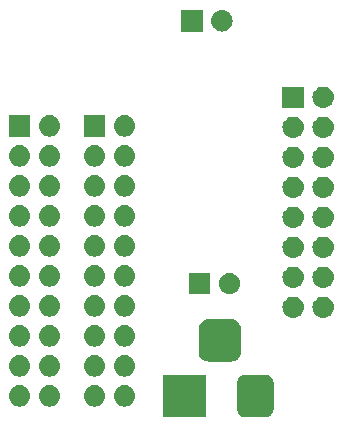
<source format=gbr>
G04 #@! TF.GenerationSoftware,KiCad,Pcbnew,(5.1.0)-1*
G04 #@! TF.CreationDate,2019-05-06T16:05:47+08:00*
G04 #@! TF.ProjectId,rpi0_extern_board,72706930-5f65-4787-9465-726e5f626f61,rev?*
G04 #@! TF.SameCoordinates,Original*
G04 #@! TF.FileFunction,Soldermask,Bot*
G04 #@! TF.FilePolarity,Negative*
%FSLAX46Y46*%
G04 Gerber Fmt 4.6, Leading zero omitted, Abs format (unit mm)*
G04 Created by KiCad (PCBNEW (5.1.0)-1) date 2019-05-06 16:05:47*
%MOMM*%
%LPD*%
G04 APERTURE LIST*
%ADD10C,0.100000*%
G04 APERTURE END LIST*
D10*
G36*
X118736979Y-82668293D02*
G01*
X118870625Y-82708834D01*
X118993784Y-82774664D01*
X119101740Y-82863260D01*
X119190336Y-82971216D01*
X119256166Y-83094375D01*
X119296707Y-83228021D01*
X119311000Y-83373140D01*
X119311000Y-85536860D01*
X119296707Y-85681979D01*
X119256166Y-85815625D01*
X119190336Y-85938784D01*
X119101740Y-86046740D01*
X118993784Y-86135336D01*
X118870625Y-86201166D01*
X118736979Y-86241707D01*
X118591860Y-86256000D01*
X116928140Y-86256000D01*
X116783021Y-86241707D01*
X116649375Y-86201166D01*
X116526216Y-86135336D01*
X116418260Y-86046740D01*
X116329664Y-85938784D01*
X116263834Y-85815625D01*
X116223293Y-85681979D01*
X116209000Y-85536860D01*
X116209000Y-83373140D01*
X116223293Y-83228021D01*
X116263834Y-83094375D01*
X116329664Y-82971216D01*
X116418260Y-82863260D01*
X116526216Y-82774664D01*
X116649375Y-82708834D01*
X116783021Y-82668293D01*
X116928140Y-82654000D01*
X118591860Y-82654000D01*
X118736979Y-82668293D01*
X118736979Y-82668293D01*
G37*
G36*
X113561000Y-86256000D02*
G01*
X109959000Y-86256000D01*
X109959000Y-82654000D01*
X113561000Y-82654000D01*
X113561000Y-86256000D01*
X113561000Y-86256000D01*
G37*
G36*
X97900443Y-83560519D02*
G01*
X97966627Y-83567037D01*
X98136466Y-83618557D01*
X98292991Y-83702222D01*
X98328729Y-83731552D01*
X98430186Y-83814814D01*
X98513448Y-83916271D01*
X98542778Y-83952009D01*
X98626443Y-84108534D01*
X98677963Y-84278373D01*
X98695359Y-84455000D01*
X98677963Y-84631627D01*
X98626443Y-84801466D01*
X98542778Y-84957991D01*
X98513448Y-84993729D01*
X98430186Y-85095186D01*
X98328729Y-85178448D01*
X98292991Y-85207778D01*
X98136466Y-85291443D01*
X97966627Y-85342963D01*
X97900442Y-85349482D01*
X97834260Y-85356000D01*
X97745740Y-85356000D01*
X97679558Y-85349482D01*
X97613373Y-85342963D01*
X97443534Y-85291443D01*
X97287009Y-85207778D01*
X97251271Y-85178448D01*
X97149814Y-85095186D01*
X97066552Y-84993729D01*
X97037222Y-84957991D01*
X96953557Y-84801466D01*
X96902037Y-84631627D01*
X96884641Y-84455000D01*
X96902037Y-84278373D01*
X96953557Y-84108534D01*
X97037222Y-83952009D01*
X97066552Y-83916271D01*
X97149814Y-83814814D01*
X97251271Y-83731552D01*
X97287009Y-83702222D01*
X97443534Y-83618557D01*
X97613373Y-83567037D01*
X97679557Y-83560519D01*
X97745740Y-83554000D01*
X97834260Y-83554000D01*
X97900443Y-83560519D01*
X97900443Y-83560519D01*
G37*
G36*
X106790443Y-83560519D02*
G01*
X106856627Y-83567037D01*
X107026466Y-83618557D01*
X107182991Y-83702222D01*
X107218729Y-83731552D01*
X107320186Y-83814814D01*
X107403448Y-83916271D01*
X107432778Y-83952009D01*
X107516443Y-84108534D01*
X107567963Y-84278373D01*
X107585359Y-84455000D01*
X107567963Y-84631627D01*
X107516443Y-84801466D01*
X107432778Y-84957991D01*
X107403448Y-84993729D01*
X107320186Y-85095186D01*
X107218729Y-85178448D01*
X107182991Y-85207778D01*
X107026466Y-85291443D01*
X106856627Y-85342963D01*
X106790442Y-85349482D01*
X106724260Y-85356000D01*
X106635740Y-85356000D01*
X106569558Y-85349482D01*
X106503373Y-85342963D01*
X106333534Y-85291443D01*
X106177009Y-85207778D01*
X106141271Y-85178448D01*
X106039814Y-85095186D01*
X105956552Y-84993729D01*
X105927222Y-84957991D01*
X105843557Y-84801466D01*
X105792037Y-84631627D01*
X105774641Y-84455000D01*
X105792037Y-84278373D01*
X105843557Y-84108534D01*
X105927222Y-83952009D01*
X105956552Y-83916271D01*
X106039814Y-83814814D01*
X106141271Y-83731552D01*
X106177009Y-83702222D01*
X106333534Y-83618557D01*
X106503373Y-83567037D01*
X106569557Y-83560519D01*
X106635740Y-83554000D01*
X106724260Y-83554000D01*
X106790443Y-83560519D01*
X106790443Y-83560519D01*
G37*
G36*
X104250443Y-83560519D02*
G01*
X104316627Y-83567037D01*
X104486466Y-83618557D01*
X104642991Y-83702222D01*
X104678729Y-83731552D01*
X104780186Y-83814814D01*
X104863448Y-83916271D01*
X104892778Y-83952009D01*
X104976443Y-84108534D01*
X105027963Y-84278373D01*
X105045359Y-84455000D01*
X105027963Y-84631627D01*
X104976443Y-84801466D01*
X104892778Y-84957991D01*
X104863448Y-84993729D01*
X104780186Y-85095186D01*
X104678729Y-85178448D01*
X104642991Y-85207778D01*
X104486466Y-85291443D01*
X104316627Y-85342963D01*
X104250442Y-85349482D01*
X104184260Y-85356000D01*
X104095740Y-85356000D01*
X104029558Y-85349482D01*
X103963373Y-85342963D01*
X103793534Y-85291443D01*
X103637009Y-85207778D01*
X103601271Y-85178448D01*
X103499814Y-85095186D01*
X103416552Y-84993729D01*
X103387222Y-84957991D01*
X103303557Y-84801466D01*
X103252037Y-84631627D01*
X103234641Y-84455000D01*
X103252037Y-84278373D01*
X103303557Y-84108534D01*
X103387222Y-83952009D01*
X103416552Y-83916271D01*
X103499814Y-83814814D01*
X103601271Y-83731552D01*
X103637009Y-83702222D01*
X103793534Y-83618557D01*
X103963373Y-83567037D01*
X104029557Y-83560519D01*
X104095740Y-83554000D01*
X104184260Y-83554000D01*
X104250443Y-83560519D01*
X104250443Y-83560519D01*
G37*
G36*
X100440443Y-83560519D02*
G01*
X100506627Y-83567037D01*
X100676466Y-83618557D01*
X100832991Y-83702222D01*
X100868729Y-83731552D01*
X100970186Y-83814814D01*
X101053448Y-83916271D01*
X101082778Y-83952009D01*
X101166443Y-84108534D01*
X101217963Y-84278373D01*
X101235359Y-84455000D01*
X101217963Y-84631627D01*
X101166443Y-84801466D01*
X101082778Y-84957991D01*
X101053448Y-84993729D01*
X100970186Y-85095186D01*
X100868729Y-85178448D01*
X100832991Y-85207778D01*
X100676466Y-85291443D01*
X100506627Y-85342963D01*
X100440442Y-85349482D01*
X100374260Y-85356000D01*
X100285740Y-85356000D01*
X100219558Y-85349482D01*
X100153373Y-85342963D01*
X99983534Y-85291443D01*
X99827009Y-85207778D01*
X99791271Y-85178448D01*
X99689814Y-85095186D01*
X99606552Y-84993729D01*
X99577222Y-84957991D01*
X99493557Y-84801466D01*
X99442037Y-84631627D01*
X99424641Y-84455000D01*
X99442037Y-84278373D01*
X99493557Y-84108534D01*
X99577222Y-83952009D01*
X99606552Y-83916271D01*
X99689814Y-83814814D01*
X99791271Y-83731552D01*
X99827009Y-83702222D01*
X99983534Y-83618557D01*
X100153373Y-83567037D01*
X100219557Y-83560519D01*
X100285740Y-83554000D01*
X100374260Y-83554000D01*
X100440443Y-83560519D01*
X100440443Y-83560519D01*
G37*
G36*
X100440442Y-81020518D02*
G01*
X100506627Y-81027037D01*
X100676466Y-81078557D01*
X100832991Y-81162222D01*
X100858590Y-81183231D01*
X100970186Y-81274814D01*
X101053448Y-81376271D01*
X101082778Y-81412009D01*
X101166443Y-81568534D01*
X101217963Y-81738373D01*
X101235359Y-81915000D01*
X101217963Y-82091627D01*
X101166443Y-82261466D01*
X101082778Y-82417991D01*
X101053448Y-82453729D01*
X100970186Y-82555186D01*
X100868729Y-82638448D01*
X100832991Y-82667778D01*
X100676466Y-82751443D01*
X100506627Y-82802963D01*
X100440442Y-82809482D01*
X100374260Y-82816000D01*
X100285740Y-82816000D01*
X100219558Y-82809482D01*
X100153373Y-82802963D01*
X99983534Y-82751443D01*
X99827009Y-82667778D01*
X99791271Y-82638448D01*
X99689814Y-82555186D01*
X99606552Y-82453729D01*
X99577222Y-82417991D01*
X99493557Y-82261466D01*
X99442037Y-82091627D01*
X99424641Y-81915000D01*
X99442037Y-81738373D01*
X99493557Y-81568534D01*
X99577222Y-81412009D01*
X99606552Y-81376271D01*
X99689814Y-81274814D01*
X99801410Y-81183231D01*
X99827009Y-81162222D01*
X99983534Y-81078557D01*
X100153373Y-81027037D01*
X100219558Y-81020518D01*
X100285740Y-81014000D01*
X100374260Y-81014000D01*
X100440442Y-81020518D01*
X100440442Y-81020518D01*
G37*
G36*
X97900442Y-81020518D02*
G01*
X97966627Y-81027037D01*
X98136466Y-81078557D01*
X98292991Y-81162222D01*
X98318590Y-81183231D01*
X98430186Y-81274814D01*
X98513448Y-81376271D01*
X98542778Y-81412009D01*
X98626443Y-81568534D01*
X98677963Y-81738373D01*
X98695359Y-81915000D01*
X98677963Y-82091627D01*
X98626443Y-82261466D01*
X98542778Y-82417991D01*
X98513448Y-82453729D01*
X98430186Y-82555186D01*
X98328729Y-82638448D01*
X98292991Y-82667778D01*
X98136466Y-82751443D01*
X97966627Y-82802963D01*
X97900442Y-82809482D01*
X97834260Y-82816000D01*
X97745740Y-82816000D01*
X97679558Y-82809482D01*
X97613373Y-82802963D01*
X97443534Y-82751443D01*
X97287009Y-82667778D01*
X97251271Y-82638448D01*
X97149814Y-82555186D01*
X97066552Y-82453729D01*
X97037222Y-82417991D01*
X96953557Y-82261466D01*
X96902037Y-82091627D01*
X96884641Y-81915000D01*
X96902037Y-81738373D01*
X96953557Y-81568534D01*
X97037222Y-81412009D01*
X97066552Y-81376271D01*
X97149814Y-81274814D01*
X97261410Y-81183231D01*
X97287009Y-81162222D01*
X97443534Y-81078557D01*
X97613373Y-81027037D01*
X97679558Y-81020518D01*
X97745740Y-81014000D01*
X97834260Y-81014000D01*
X97900442Y-81020518D01*
X97900442Y-81020518D01*
G37*
G36*
X104250442Y-81020518D02*
G01*
X104316627Y-81027037D01*
X104486466Y-81078557D01*
X104642991Y-81162222D01*
X104668590Y-81183231D01*
X104780186Y-81274814D01*
X104863448Y-81376271D01*
X104892778Y-81412009D01*
X104976443Y-81568534D01*
X105027963Y-81738373D01*
X105045359Y-81915000D01*
X105027963Y-82091627D01*
X104976443Y-82261466D01*
X104892778Y-82417991D01*
X104863448Y-82453729D01*
X104780186Y-82555186D01*
X104678729Y-82638448D01*
X104642991Y-82667778D01*
X104486466Y-82751443D01*
X104316627Y-82802963D01*
X104250442Y-82809482D01*
X104184260Y-82816000D01*
X104095740Y-82816000D01*
X104029558Y-82809482D01*
X103963373Y-82802963D01*
X103793534Y-82751443D01*
X103637009Y-82667778D01*
X103601271Y-82638448D01*
X103499814Y-82555186D01*
X103416552Y-82453729D01*
X103387222Y-82417991D01*
X103303557Y-82261466D01*
X103252037Y-82091627D01*
X103234641Y-81915000D01*
X103252037Y-81738373D01*
X103303557Y-81568534D01*
X103387222Y-81412009D01*
X103416552Y-81376271D01*
X103499814Y-81274814D01*
X103611410Y-81183231D01*
X103637009Y-81162222D01*
X103793534Y-81078557D01*
X103963373Y-81027037D01*
X104029558Y-81020518D01*
X104095740Y-81014000D01*
X104184260Y-81014000D01*
X104250442Y-81020518D01*
X104250442Y-81020518D01*
G37*
G36*
X106790442Y-81020518D02*
G01*
X106856627Y-81027037D01*
X107026466Y-81078557D01*
X107182991Y-81162222D01*
X107208590Y-81183231D01*
X107320186Y-81274814D01*
X107403448Y-81376271D01*
X107432778Y-81412009D01*
X107516443Y-81568534D01*
X107567963Y-81738373D01*
X107585359Y-81915000D01*
X107567963Y-82091627D01*
X107516443Y-82261466D01*
X107432778Y-82417991D01*
X107403448Y-82453729D01*
X107320186Y-82555186D01*
X107218729Y-82638448D01*
X107182991Y-82667778D01*
X107026466Y-82751443D01*
X106856627Y-82802963D01*
X106790442Y-82809482D01*
X106724260Y-82816000D01*
X106635740Y-82816000D01*
X106569558Y-82809482D01*
X106503373Y-82802963D01*
X106333534Y-82751443D01*
X106177009Y-82667778D01*
X106141271Y-82638448D01*
X106039814Y-82555186D01*
X105956552Y-82453729D01*
X105927222Y-82417991D01*
X105843557Y-82261466D01*
X105792037Y-82091627D01*
X105774641Y-81915000D01*
X105792037Y-81738373D01*
X105843557Y-81568534D01*
X105927222Y-81412009D01*
X105956552Y-81376271D01*
X106039814Y-81274814D01*
X106151410Y-81183231D01*
X106177009Y-81162222D01*
X106333534Y-81078557D01*
X106503373Y-81027037D01*
X106569558Y-81020518D01*
X106635740Y-81014000D01*
X106724260Y-81014000D01*
X106790442Y-81020518D01*
X106790442Y-81020518D01*
G37*
G36*
X115886366Y-77970695D02*
G01*
X116043460Y-78018349D01*
X116188231Y-78095731D01*
X116315128Y-78199872D01*
X116419269Y-78326769D01*
X116496651Y-78471540D01*
X116544305Y-78628634D01*
X116561000Y-78798140D01*
X116561000Y-80711860D01*
X116544305Y-80881366D01*
X116496651Y-81038460D01*
X116419269Y-81183231D01*
X116315128Y-81310128D01*
X116188231Y-81414269D01*
X116043460Y-81491651D01*
X115886366Y-81539305D01*
X115716860Y-81556000D01*
X113803140Y-81556000D01*
X113633634Y-81539305D01*
X113476540Y-81491651D01*
X113331769Y-81414269D01*
X113204872Y-81310128D01*
X113100731Y-81183231D01*
X113023349Y-81038460D01*
X112975695Y-80881366D01*
X112959000Y-80711860D01*
X112959000Y-78798140D01*
X112975695Y-78628634D01*
X113023349Y-78471540D01*
X113100731Y-78326769D01*
X113204872Y-78199872D01*
X113331769Y-78095731D01*
X113476540Y-78018349D01*
X113633634Y-77970695D01*
X113803140Y-77954000D01*
X115716860Y-77954000D01*
X115886366Y-77970695D01*
X115886366Y-77970695D01*
G37*
G36*
X100440442Y-78480518D02*
G01*
X100506627Y-78487037D01*
X100676466Y-78538557D01*
X100832991Y-78622222D01*
X100868729Y-78651552D01*
X100970186Y-78734814D01*
X101053448Y-78836271D01*
X101082778Y-78872009D01*
X101166443Y-79028534D01*
X101217963Y-79198373D01*
X101235359Y-79375000D01*
X101217963Y-79551627D01*
X101166443Y-79721466D01*
X101082778Y-79877991D01*
X101053448Y-79913729D01*
X100970186Y-80015186D01*
X100868729Y-80098448D01*
X100832991Y-80127778D01*
X100676466Y-80211443D01*
X100506627Y-80262963D01*
X100440442Y-80269482D01*
X100374260Y-80276000D01*
X100285740Y-80276000D01*
X100219558Y-80269482D01*
X100153373Y-80262963D01*
X99983534Y-80211443D01*
X99827009Y-80127778D01*
X99791271Y-80098448D01*
X99689814Y-80015186D01*
X99606552Y-79913729D01*
X99577222Y-79877991D01*
X99493557Y-79721466D01*
X99442037Y-79551627D01*
X99424641Y-79375000D01*
X99442037Y-79198373D01*
X99493557Y-79028534D01*
X99577222Y-78872009D01*
X99606552Y-78836271D01*
X99689814Y-78734814D01*
X99791271Y-78651552D01*
X99827009Y-78622222D01*
X99983534Y-78538557D01*
X100153373Y-78487037D01*
X100219558Y-78480518D01*
X100285740Y-78474000D01*
X100374260Y-78474000D01*
X100440442Y-78480518D01*
X100440442Y-78480518D01*
G37*
G36*
X106790442Y-78480518D02*
G01*
X106856627Y-78487037D01*
X107026466Y-78538557D01*
X107182991Y-78622222D01*
X107218729Y-78651552D01*
X107320186Y-78734814D01*
X107403448Y-78836271D01*
X107432778Y-78872009D01*
X107516443Y-79028534D01*
X107567963Y-79198373D01*
X107585359Y-79375000D01*
X107567963Y-79551627D01*
X107516443Y-79721466D01*
X107432778Y-79877991D01*
X107403448Y-79913729D01*
X107320186Y-80015186D01*
X107218729Y-80098448D01*
X107182991Y-80127778D01*
X107026466Y-80211443D01*
X106856627Y-80262963D01*
X106790442Y-80269482D01*
X106724260Y-80276000D01*
X106635740Y-80276000D01*
X106569558Y-80269482D01*
X106503373Y-80262963D01*
X106333534Y-80211443D01*
X106177009Y-80127778D01*
X106141271Y-80098448D01*
X106039814Y-80015186D01*
X105956552Y-79913729D01*
X105927222Y-79877991D01*
X105843557Y-79721466D01*
X105792037Y-79551627D01*
X105774641Y-79375000D01*
X105792037Y-79198373D01*
X105843557Y-79028534D01*
X105927222Y-78872009D01*
X105956552Y-78836271D01*
X106039814Y-78734814D01*
X106141271Y-78651552D01*
X106177009Y-78622222D01*
X106333534Y-78538557D01*
X106503373Y-78487037D01*
X106569558Y-78480518D01*
X106635740Y-78474000D01*
X106724260Y-78474000D01*
X106790442Y-78480518D01*
X106790442Y-78480518D01*
G37*
G36*
X104250442Y-78480518D02*
G01*
X104316627Y-78487037D01*
X104486466Y-78538557D01*
X104642991Y-78622222D01*
X104678729Y-78651552D01*
X104780186Y-78734814D01*
X104863448Y-78836271D01*
X104892778Y-78872009D01*
X104976443Y-79028534D01*
X105027963Y-79198373D01*
X105045359Y-79375000D01*
X105027963Y-79551627D01*
X104976443Y-79721466D01*
X104892778Y-79877991D01*
X104863448Y-79913729D01*
X104780186Y-80015186D01*
X104678729Y-80098448D01*
X104642991Y-80127778D01*
X104486466Y-80211443D01*
X104316627Y-80262963D01*
X104250442Y-80269482D01*
X104184260Y-80276000D01*
X104095740Y-80276000D01*
X104029558Y-80269482D01*
X103963373Y-80262963D01*
X103793534Y-80211443D01*
X103637009Y-80127778D01*
X103601271Y-80098448D01*
X103499814Y-80015186D01*
X103416552Y-79913729D01*
X103387222Y-79877991D01*
X103303557Y-79721466D01*
X103252037Y-79551627D01*
X103234641Y-79375000D01*
X103252037Y-79198373D01*
X103303557Y-79028534D01*
X103387222Y-78872009D01*
X103416552Y-78836271D01*
X103499814Y-78734814D01*
X103601271Y-78651552D01*
X103637009Y-78622222D01*
X103793534Y-78538557D01*
X103963373Y-78487037D01*
X104029558Y-78480518D01*
X104095740Y-78474000D01*
X104184260Y-78474000D01*
X104250442Y-78480518D01*
X104250442Y-78480518D01*
G37*
G36*
X97900442Y-78480518D02*
G01*
X97966627Y-78487037D01*
X98136466Y-78538557D01*
X98292991Y-78622222D01*
X98328729Y-78651552D01*
X98430186Y-78734814D01*
X98513448Y-78836271D01*
X98542778Y-78872009D01*
X98626443Y-79028534D01*
X98677963Y-79198373D01*
X98695359Y-79375000D01*
X98677963Y-79551627D01*
X98626443Y-79721466D01*
X98542778Y-79877991D01*
X98513448Y-79913729D01*
X98430186Y-80015186D01*
X98328729Y-80098448D01*
X98292991Y-80127778D01*
X98136466Y-80211443D01*
X97966627Y-80262963D01*
X97900442Y-80269482D01*
X97834260Y-80276000D01*
X97745740Y-80276000D01*
X97679558Y-80269482D01*
X97613373Y-80262963D01*
X97443534Y-80211443D01*
X97287009Y-80127778D01*
X97251271Y-80098448D01*
X97149814Y-80015186D01*
X97066552Y-79913729D01*
X97037222Y-79877991D01*
X96953557Y-79721466D01*
X96902037Y-79551627D01*
X96884641Y-79375000D01*
X96902037Y-79198373D01*
X96953557Y-79028534D01*
X97037222Y-78872009D01*
X97066552Y-78836271D01*
X97149814Y-78734814D01*
X97251271Y-78651552D01*
X97287009Y-78622222D01*
X97443534Y-78538557D01*
X97613373Y-78487037D01*
X97679558Y-78480518D01*
X97745740Y-78474000D01*
X97834260Y-78474000D01*
X97900442Y-78480518D01*
X97900442Y-78480518D01*
G37*
G36*
X123610442Y-76055518D02*
G01*
X123676627Y-76062037D01*
X123846466Y-76113557D01*
X124002991Y-76197222D01*
X124038729Y-76226552D01*
X124140186Y-76309814D01*
X124223448Y-76411271D01*
X124252778Y-76447009D01*
X124336443Y-76603534D01*
X124387963Y-76773373D01*
X124405359Y-76950000D01*
X124387963Y-77126627D01*
X124336443Y-77296466D01*
X124252778Y-77452991D01*
X124234563Y-77475186D01*
X124140186Y-77590186D01*
X124041174Y-77671442D01*
X124002991Y-77702778D01*
X123846466Y-77786443D01*
X123676627Y-77837963D01*
X123610442Y-77844482D01*
X123544260Y-77851000D01*
X123455740Y-77851000D01*
X123389558Y-77844482D01*
X123323373Y-77837963D01*
X123153534Y-77786443D01*
X122997009Y-77702778D01*
X122958826Y-77671442D01*
X122859814Y-77590186D01*
X122765437Y-77475186D01*
X122747222Y-77452991D01*
X122663557Y-77296466D01*
X122612037Y-77126627D01*
X122594641Y-76950000D01*
X122612037Y-76773373D01*
X122663557Y-76603534D01*
X122747222Y-76447009D01*
X122776552Y-76411271D01*
X122859814Y-76309814D01*
X122961271Y-76226552D01*
X122997009Y-76197222D01*
X123153534Y-76113557D01*
X123323373Y-76062037D01*
X123389558Y-76055518D01*
X123455740Y-76049000D01*
X123544260Y-76049000D01*
X123610442Y-76055518D01*
X123610442Y-76055518D01*
G37*
G36*
X121070442Y-76055518D02*
G01*
X121136627Y-76062037D01*
X121306466Y-76113557D01*
X121462991Y-76197222D01*
X121498729Y-76226552D01*
X121600186Y-76309814D01*
X121683448Y-76411271D01*
X121712778Y-76447009D01*
X121796443Y-76603534D01*
X121847963Y-76773373D01*
X121865359Y-76950000D01*
X121847963Y-77126627D01*
X121796443Y-77296466D01*
X121712778Y-77452991D01*
X121694563Y-77475186D01*
X121600186Y-77590186D01*
X121501174Y-77671442D01*
X121462991Y-77702778D01*
X121306466Y-77786443D01*
X121136627Y-77837963D01*
X121070442Y-77844482D01*
X121004260Y-77851000D01*
X120915740Y-77851000D01*
X120849558Y-77844482D01*
X120783373Y-77837963D01*
X120613534Y-77786443D01*
X120457009Y-77702778D01*
X120418826Y-77671442D01*
X120319814Y-77590186D01*
X120225437Y-77475186D01*
X120207222Y-77452991D01*
X120123557Y-77296466D01*
X120072037Y-77126627D01*
X120054641Y-76950000D01*
X120072037Y-76773373D01*
X120123557Y-76603534D01*
X120207222Y-76447009D01*
X120236552Y-76411271D01*
X120319814Y-76309814D01*
X120421271Y-76226552D01*
X120457009Y-76197222D01*
X120613534Y-76113557D01*
X120783373Y-76062037D01*
X120849558Y-76055518D01*
X120915740Y-76049000D01*
X121004260Y-76049000D01*
X121070442Y-76055518D01*
X121070442Y-76055518D01*
G37*
G36*
X97900442Y-75940518D02*
G01*
X97966627Y-75947037D01*
X98136466Y-75998557D01*
X98292991Y-76082222D01*
X98328729Y-76111552D01*
X98430186Y-76194814D01*
X98513448Y-76296271D01*
X98542778Y-76332009D01*
X98626443Y-76488534D01*
X98677963Y-76658373D01*
X98695359Y-76835000D01*
X98677963Y-77011627D01*
X98626443Y-77181466D01*
X98542778Y-77337991D01*
X98513448Y-77373729D01*
X98430186Y-77475186D01*
X98328729Y-77558448D01*
X98292991Y-77587778D01*
X98136466Y-77671443D01*
X97966627Y-77722963D01*
X97900443Y-77729481D01*
X97834260Y-77736000D01*
X97745740Y-77736000D01*
X97679557Y-77729481D01*
X97613373Y-77722963D01*
X97443534Y-77671443D01*
X97287009Y-77587778D01*
X97251271Y-77558448D01*
X97149814Y-77475186D01*
X97066552Y-77373729D01*
X97037222Y-77337991D01*
X96953557Y-77181466D01*
X96902037Y-77011627D01*
X96884641Y-76835000D01*
X96902037Y-76658373D01*
X96953557Y-76488534D01*
X97037222Y-76332009D01*
X97066552Y-76296271D01*
X97149814Y-76194814D01*
X97251271Y-76111552D01*
X97287009Y-76082222D01*
X97443534Y-75998557D01*
X97613373Y-75947037D01*
X97679558Y-75940518D01*
X97745740Y-75934000D01*
X97834260Y-75934000D01*
X97900442Y-75940518D01*
X97900442Y-75940518D01*
G37*
G36*
X106790442Y-75940518D02*
G01*
X106856627Y-75947037D01*
X107026466Y-75998557D01*
X107182991Y-76082222D01*
X107218729Y-76111552D01*
X107320186Y-76194814D01*
X107403448Y-76296271D01*
X107432778Y-76332009D01*
X107516443Y-76488534D01*
X107567963Y-76658373D01*
X107585359Y-76835000D01*
X107567963Y-77011627D01*
X107516443Y-77181466D01*
X107432778Y-77337991D01*
X107403448Y-77373729D01*
X107320186Y-77475186D01*
X107218729Y-77558448D01*
X107182991Y-77587778D01*
X107026466Y-77671443D01*
X106856627Y-77722963D01*
X106790443Y-77729481D01*
X106724260Y-77736000D01*
X106635740Y-77736000D01*
X106569557Y-77729481D01*
X106503373Y-77722963D01*
X106333534Y-77671443D01*
X106177009Y-77587778D01*
X106141271Y-77558448D01*
X106039814Y-77475186D01*
X105956552Y-77373729D01*
X105927222Y-77337991D01*
X105843557Y-77181466D01*
X105792037Y-77011627D01*
X105774641Y-76835000D01*
X105792037Y-76658373D01*
X105843557Y-76488534D01*
X105927222Y-76332009D01*
X105956552Y-76296271D01*
X106039814Y-76194814D01*
X106141271Y-76111552D01*
X106177009Y-76082222D01*
X106333534Y-75998557D01*
X106503373Y-75947037D01*
X106569558Y-75940518D01*
X106635740Y-75934000D01*
X106724260Y-75934000D01*
X106790442Y-75940518D01*
X106790442Y-75940518D01*
G37*
G36*
X104250442Y-75940518D02*
G01*
X104316627Y-75947037D01*
X104486466Y-75998557D01*
X104642991Y-76082222D01*
X104678729Y-76111552D01*
X104780186Y-76194814D01*
X104863448Y-76296271D01*
X104892778Y-76332009D01*
X104976443Y-76488534D01*
X105027963Y-76658373D01*
X105045359Y-76835000D01*
X105027963Y-77011627D01*
X104976443Y-77181466D01*
X104892778Y-77337991D01*
X104863448Y-77373729D01*
X104780186Y-77475186D01*
X104678729Y-77558448D01*
X104642991Y-77587778D01*
X104486466Y-77671443D01*
X104316627Y-77722963D01*
X104250443Y-77729481D01*
X104184260Y-77736000D01*
X104095740Y-77736000D01*
X104029557Y-77729481D01*
X103963373Y-77722963D01*
X103793534Y-77671443D01*
X103637009Y-77587778D01*
X103601271Y-77558448D01*
X103499814Y-77475186D01*
X103416552Y-77373729D01*
X103387222Y-77337991D01*
X103303557Y-77181466D01*
X103252037Y-77011627D01*
X103234641Y-76835000D01*
X103252037Y-76658373D01*
X103303557Y-76488534D01*
X103387222Y-76332009D01*
X103416552Y-76296271D01*
X103499814Y-76194814D01*
X103601271Y-76111552D01*
X103637009Y-76082222D01*
X103793534Y-75998557D01*
X103963373Y-75947037D01*
X104029558Y-75940518D01*
X104095740Y-75934000D01*
X104184260Y-75934000D01*
X104250442Y-75940518D01*
X104250442Y-75940518D01*
G37*
G36*
X100440442Y-75940518D02*
G01*
X100506627Y-75947037D01*
X100676466Y-75998557D01*
X100832991Y-76082222D01*
X100868729Y-76111552D01*
X100970186Y-76194814D01*
X101053448Y-76296271D01*
X101082778Y-76332009D01*
X101166443Y-76488534D01*
X101217963Y-76658373D01*
X101235359Y-76835000D01*
X101217963Y-77011627D01*
X101166443Y-77181466D01*
X101082778Y-77337991D01*
X101053448Y-77373729D01*
X100970186Y-77475186D01*
X100868729Y-77558448D01*
X100832991Y-77587778D01*
X100676466Y-77671443D01*
X100506627Y-77722963D01*
X100440443Y-77729481D01*
X100374260Y-77736000D01*
X100285740Y-77736000D01*
X100219557Y-77729481D01*
X100153373Y-77722963D01*
X99983534Y-77671443D01*
X99827009Y-77587778D01*
X99791271Y-77558448D01*
X99689814Y-77475186D01*
X99606552Y-77373729D01*
X99577222Y-77337991D01*
X99493557Y-77181466D01*
X99442037Y-77011627D01*
X99424641Y-76835000D01*
X99442037Y-76658373D01*
X99493557Y-76488534D01*
X99577222Y-76332009D01*
X99606552Y-76296271D01*
X99689814Y-76194814D01*
X99791271Y-76111552D01*
X99827009Y-76082222D01*
X99983534Y-75998557D01*
X100153373Y-75947037D01*
X100219558Y-75940518D01*
X100285740Y-75934000D01*
X100374260Y-75934000D01*
X100440442Y-75940518D01*
X100440442Y-75940518D01*
G37*
G36*
X113931000Y-75831000D02*
G01*
X112129000Y-75831000D01*
X112129000Y-74029000D01*
X113931000Y-74029000D01*
X113931000Y-75831000D01*
X113931000Y-75831000D01*
G37*
G36*
X115680442Y-74035518D02*
G01*
X115746627Y-74042037D01*
X115916466Y-74093557D01*
X116072991Y-74177222D01*
X116108729Y-74206552D01*
X116210186Y-74289814D01*
X116293448Y-74391271D01*
X116322778Y-74427009D01*
X116406443Y-74583534D01*
X116457963Y-74753373D01*
X116475359Y-74930000D01*
X116457963Y-75106627D01*
X116406443Y-75276466D01*
X116322778Y-75432991D01*
X116293448Y-75468729D01*
X116210186Y-75570186D01*
X116108729Y-75653448D01*
X116072991Y-75682778D01*
X115916466Y-75766443D01*
X115746627Y-75817963D01*
X115680442Y-75824482D01*
X115614260Y-75831000D01*
X115525740Y-75831000D01*
X115459558Y-75824482D01*
X115393373Y-75817963D01*
X115223534Y-75766443D01*
X115067009Y-75682778D01*
X115031271Y-75653448D01*
X114929814Y-75570186D01*
X114846552Y-75468729D01*
X114817222Y-75432991D01*
X114733557Y-75276466D01*
X114682037Y-75106627D01*
X114664641Y-74930000D01*
X114682037Y-74753373D01*
X114733557Y-74583534D01*
X114817222Y-74427009D01*
X114846552Y-74391271D01*
X114929814Y-74289814D01*
X115031271Y-74206552D01*
X115067009Y-74177222D01*
X115223534Y-74093557D01*
X115393373Y-74042037D01*
X115459558Y-74035518D01*
X115525740Y-74029000D01*
X115614260Y-74029000D01*
X115680442Y-74035518D01*
X115680442Y-74035518D01*
G37*
G36*
X123610443Y-73515519D02*
G01*
X123676627Y-73522037D01*
X123846466Y-73573557D01*
X124002991Y-73657222D01*
X124038729Y-73686552D01*
X124140186Y-73769814D01*
X124223448Y-73871271D01*
X124252778Y-73907009D01*
X124336443Y-74063534D01*
X124387963Y-74233373D01*
X124405359Y-74410000D01*
X124387963Y-74586627D01*
X124336443Y-74756466D01*
X124252778Y-74912991D01*
X124234563Y-74935186D01*
X124140186Y-75050186D01*
X124071411Y-75106627D01*
X124002991Y-75162778D01*
X123846466Y-75246443D01*
X123676627Y-75297963D01*
X123610442Y-75304482D01*
X123544260Y-75311000D01*
X123455740Y-75311000D01*
X123389558Y-75304482D01*
X123323373Y-75297963D01*
X123153534Y-75246443D01*
X122997009Y-75162778D01*
X122928589Y-75106627D01*
X122859814Y-75050186D01*
X122765437Y-74935186D01*
X122747222Y-74912991D01*
X122663557Y-74756466D01*
X122612037Y-74586627D01*
X122594641Y-74410000D01*
X122612037Y-74233373D01*
X122663557Y-74063534D01*
X122747222Y-73907009D01*
X122776552Y-73871271D01*
X122859814Y-73769814D01*
X122961271Y-73686552D01*
X122997009Y-73657222D01*
X123153534Y-73573557D01*
X123323373Y-73522037D01*
X123389557Y-73515519D01*
X123455740Y-73509000D01*
X123544260Y-73509000D01*
X123610443Y-73515519D01*
X123610443Y-73515519D01*
G37*
G36*
X121070443Y-73515519D02*
G01*
X121136627Y-73522037D01*
X121306466Y-73573557D01*
X121462991Y-73657222D01*
X121498729Y-73686552D01*
X121600186Y-73769814D01*
X121683448Y-73871271D01*
X121712778Y-73907009D01*
X121796443Y-74063534D01*
X121847963Y-74233373D01*
X121865359Y-74410000D01*
X121847963Y-74586627D01*
X121796443Y-74756466D01*
X121712778Y-74912991D01*
X121694563Y-74935186D01*
X121600186Y-75050186D01*
X121531411Y-75106627D01*
X121462991Y-75162778D01*
X121306466Y-75246443D01*
X121136627Y-75297963D01*
X121070442Y-75304482D01*
X121004260Y-75311000D01*
X120915740Y-75311000D01*
X120849558Y-75304482D01*
X120783373Y-75297963D01*
X120613534Y-75246443D01*
X120457009Y-75162778D01*
X120388589Y-75106627D01*
X120319814Y-75050186D01*
X120225437Y-74935186D01*
X120207222Y-74912991D01*
X120123557Y-74756466D01*
X120072037Y-74586627D01*
X120054641Y-74410000D01*
X120072037Y-74233373D01*
X120123557Y-74063534D01*
X120207222Y-73907009D01*
X120236552Y-73871271D01*
X120319814Y-73769814D01*
X120421271Y-73686552D01*
X120457009Y-73657222D01*
X120613534Y-73573557D01*
X120783373Y-73522037D01*
X120849557Y-73515519D01*
X120915740Y-73509000D01*
X121004260Y-73509000D01*
X121070443Y-73515519D01*
X121070443Y-73515519D01*
G37*
G36*
X106790443Y-73400519D02*
G01*
X106856627Y-73407037D01*
X107026466Y-73458557D01*
X107182991Y-73542222D01*
X107218729Y-73571552D01*
X107320186Y-73654814D01*
X107403448Y-73756271D01*
X107432778Y-73792009D01*
X107516443Y-73948534D01*
X107567963Y-74118373D01*
X107585359Y-74295000D01*
X107567963Y-74471627D01*
X107516443Y-74641466D01*
X107432778Y-74797991D01*
X107403448Y-74833729D01*
X107320186Y-74935186D01*
X107218729Y-75018448D01*
X107182991Y-75047778D01*
X107026466Y-75131443D01*
X106856627Y-75182963D01*
X106790442Y-75189482D01*
X106724260Y-75196000D01*
X106635740Y-75196000D01*
X106569558Y-75189482D01*
X106503373Y-75182963D01*
X106333534Y-75131443D01*
X106177009Y-75047778D01*
X106141271Y-75018448D01*
X106039814Y-74935186D01*
X105956552Y-74833729D01*
X105927222Y-74797991D01*
X105843557Y-74641466D01*
X105792037Y-74471627D01*
X105774641Y-74295000D01*
X105792037Y-74118373D01*
X105843557Y-73948534D01*
X105927222Y-73792009D01*
X105956552Y-73756271D01*
X106039814Y-73654814D01*
X106141271Y-73571552D01*
X106177009Y-73542222D01*
X106333534Y-73458557D01*
X106503373Y-73407037D01*
X106569557Y-73400519D01*
X106635740Y-73394000D01*
X106724260Y-73394000D01*
X106790443Y-73400519D01*
X106790443Y-73400519D01*
G37*
G36*
X104250443Y-73400519D02*
G01*
X104316627Y-73407037D01*
X104486466Y-73458557D01*
X104642991Y-73542222D01*
X104678729Y-73571552D01*
X104780186Y-73654814D01*
X104863448Y-73756271D01*
X104892778Y-73792009D01*
X104976443Y-73948534D01*
X105027963Y-74118373D01*
X105045359Y-74295000D01*
X105027963Y-74471627D01*
X104976443Y-74641466D01*
X104892778Y-74797991D01*
X104863448Y-74833729D01*
X104780186Y-74935186D01*
X104678729Y-75018448D01*
X104642991Y-75047778D01*
X104486466Y-75131443D01*
X104316627Y-75182963D01*
X104250442Y-75189482D01*
X104184260Y-75196000D01*
X104095740Y-75196000D01*
X104029558Y-75189482D01*
X103963373Y-75182963D01*
X103793534Y-75131443D01*
X103637009Y-75047778D01*
X103601271Y-75018448D01*
X103499814Y-74935186D01*
X103416552Y-74833729D01*
X103387222Y-74797991D01*
X103303557Y-74641466D01*
X103252037Y-74471627D01*
X103234641Y-74295000D01*
X103252037Y-74118373D01*
X103303557Y-73948534D01*
X103387222Y-73792009D01*
X103416552Y-73756271D01*
X103499814Y-73654814D01*
X103601271Y-73571552D01*
X103637009Y-73542222D01*
X103793534Y-73458557D01*
X103963373Y-73407037D01*
X104029557Y-73400519D01*
X104095740Y-73394000D01*
X104184260Y-73394000D01*
X104250443Y-73400519D01*
X104250443Y-73400519D01*
G37*
G36*
X97900443Y-73400519D02*
G01*
X97966627Y-73407037D01*
X98136466Y-73458557D01*
X98292991Y-73542222D01*
X98328729Y-73571552D01*
X98430186Y-73654814D01*
X98513448Y-73756271D01*
X98542778Y-73792009D01*
X98626443Y-73948534D01*
X98677963Y-74118373D01*
X98695359Y-74295000D01*
X98677963Y-74471627D01*
X98626443Y-74641466D01*
X98542778Y-74797991D01*
X98513448Y-74833729D01*
X98430186Y-74935186D01*
X98328729Y-75018448D01*
X98292991Y-75047778D01*
X98136466Y-75131443D01*
X97966627Y-75182963D01*
X97900442Y-75189482D01*
X97834260Y-75196000D01*
X97745740Y-75196000D01*
X97679558Y-75189482D01*
X97613373Y-75182963D01*
X97443534Y-75131443D01*
X97287009Y-75047778D01*
X97251271Y-75018448D01*
X97149814Y-74935186D01*
X97066552Y-74833729D01*
X97037222Y-74797991D01*
X96953557Y-74641466D01*
X96902037Y-74471627D01*
X96884641Y-74295000D01*
X96902037Y-74118373D01*
X96953557Y-73948534D01*
X97037222Y-73792009D01*
X97066552Y-73756271D01*
X97149814Y-73654814D01*
X97251271Y-73571552D01*
X97287009Y-73542222D01*
X97443534Y-73458557D01*
X97613373Y-73407037D01*
X97679557Y-73400519D01*
X97745740Y-73394000D01*
X97834260Y-73394000D01*
X97900443Y-73400519D01*
X97900443Y-73400519D01*
G37*
G36*
X100440443Y-73400519D02*
G01*
X100506627Y-73407037D01*
X100676466Y-73458557D01*
X100832991Y-73542222D01*
X100868729Y-73571552D01*
X100970186Y-73654814D01*
X101053448Y-73756271D01*
X101082778Y-73792009D01*
X101166443Y-73948534D01*
X101217963Y-74118373D01*
X101235359Y-74295000D01*
X101217963Y-74471627D01*
X101166443Y-74641466D01*
X101082778Y-74797991D01*
X101053448Y-74833729D01*
X100970186Y-74935186D01*
X100868729Y-75018448D01*
X100832991Y-75047778D01*
X100676466Y-75131443D01*
X100506627Y-75182963D01*
X100440442Y-75189482D01*
X100374260Y-75196000D01*
X100285740Y-75196000D01*
X100219558Y-75189482D01*
X100153373Y-75182963D01*
X99983534Y-75131443D01*
X99827009Y-75047778D01*
X99791271Y-75018448D01*
X99689814Y-74935186D01*
X99606552Y-74833729D01*
X99577222Y-74797991D01*
X99493557Y-74641466D01*
X99442037Y-74471627D01*
X99424641Y-74295000D01*
X99442037Y-74118373D01*
X99493557Y-73948534D01*
X99577222Y-73792009D01*
X99606552Y-73756271D01*
X99689814Y-73654814D01*
X99791271Y-73571552D01*
X99827009Y-73542222D01*
X99983534Y-73458557D01*
X100153373Y-73407037D01*
X100219557Y-73400519D01*
X100285740Y-73394000D01*
X100374260Y-73394000D01*
X100440443Y-73400519D01*
X100440443Y-73400519D01*
G37*
G36*
X121070442Y-70975518D02*
G01*
X121136627Y-70982037D01*
X121306466Y-71033557D01*
X121462991Y-71117222D01*
X121498729Y-71146552D01*
X121600186Y-71229814D01*
X121683448Y-71331271D01*
X121712778Y-71367009D01*
X121796443Y-71523534D01*
X121847963Y-71693373D01*
X121865359Y-71870000D01*
X121847963Y-72046627D01*
X121796443Y-72216466D01*
X121712778Y-72372991D01*
X121694563Y-72395186D01*
X121600186Y-72510186D01*
X121501174Y-72591442D01*
X121462991Y-72622778D01*
X121306466Y-72706443D01*
X121136627Y-72757963D01*
X121070443Y-72764481D01*
X121004260Y-72771000D01*
X120915740Y-72771000D01*
X120849557Y-72764481D01*
X120783373Y-72757963D01*
X120613534Y-72706443D01*
X120457009Y-72622778D01*
X120418826Y-72591442D01*
X120319814Y-72510186D01*
X120225437Y-72395186D01*
X120207222Y-72372991D01*
X120123557Y-72216466D01*
X120072037Y-72046627D01*
X120054641Y-71870000D01*
X120072037Y-71693373D01*
X120123557Y-71523534D01*
X120207222Y-71367009D01*
X120236552Y-71331271D01*
X120319814Y-71229814D01*
X120421271Y-71146552D01*
X120457009Y-71117222D01*
X120613534Y-71033557D01*
X120783373Y-70982037D01*
X120849558Y-70975518D01*
X120915740Y-70969000D01*
X121004260Y-70969000D01*
X121070442Y-70975518D01*
X121070442Y-70975518D01*
G37*
G36*
X123610442Y-70975518D02*
G01*
X123676627Y-70982037D01*
X123846466Y-71033557D01*
X124002991Y-71117222D01*
X124038729Y-71146552D01*
X124140186Y-71229814D01*
X124223448Y-71331271D01*
X124252778Y-71367009D01*
X124336443Y-71523534D01*
X124387963Y-71693373D01*
X124405359Y-71870000D01*
X124387963Y-72046627D01*
X124336443Y-72216466D01*
X124252778Y-72372991D01*
X124234563Y-72395186D01*
X124140186Y-72510186D01*
X124041174Y-72591442D01*
X124002991Y-72622778D01*
X123846466Y-72706443D01*
X123676627Y-72757963D01*
X123610443Y-72764481D01*
X123544260Y-72771000D01*
X123455740Y-72771000D01*
X123389557Y-72764481D01*
X123323373Y-72757963D01*
X123153534Y-72706443D01*
X122997009Y-72622778D01*
X122958826Y-72591442D01*
X122859814Y-72510186D01*
X122765437Y-72395186D01*
X122747222Y-72372991D01*
X122663557Y-72216466D01*
X122612037Y-72046627D01*
X122594641Y-71870000D01*
X122612037Y-71693373D01*
X122663557Y-71523534D01*
X122747222Y-71367009D01*
X122776552Y-71331271D01*
X122859814Y-71229814D01*
X122961271Y-71146552D01*
X122997009Y-71117222D01*
X123153534Y-71033557D01*
X123323373Y-70982037D01*
X123389558Y-70975518D01*
X123455740Y-70969000D01*
X123544260Y-70969000D01*
X123610442Y-70975518D01*
X123610442Y-70975518D01*
G37*
G36*
X106790442Y-70860518D02*
G01*
X106856627Y-70867037D01*
X107026466Y-70918557D01*
X107182991Y-71002222D01*
X107218729Y-71031552D01*
X107320186Y-71114814D01*
X107403448Y-71216271D01*
X107432778Y-71252009D01*
X107516443Y-71408534D01*
X107567963Y-71578373D01*
X107585359Y-71755000D01*
X107567963Y-71931627D01*
X107516443Y-72101466D01*
X107432778Y-72257991D01*
X107403448Y-72293729D01*
X107320186Y-72395186D01*
X107218729Y-72478448D01*
X107182991Y-72507778D01*
X107026466Y-72591443D01*
X106856627Y-72642963D01*
X106790443Y-72649481D01*
X106724260Y-72656000D01*
X106635740Y-72656000D01*
X106569557Y-72649481D01*
X106503373Y-72642963D01*
X106333534Y-72591443D01*
X106177009Y-72507778D01*
X106141271Y-72478448D01*
X106039814Y-72395186D01*
X105956552Y-72293729D01*
X105927222Y-72257991D01*
X105843557Y-72101466D01*
X105792037Y-71931627D01*
X105774641Y-71755000D01*
X105792037Y-71578373D01*
X105843557Y-71408534D01*
X105927222Y-71252009D01*
X105956552Y-71216271D01*
X106039814Y-71114814D01*
X106141271Y-71031552D01*
X106177009Y-71002222D01*
X106333534Y-70918557D01*
X106503373Y-70867037D01*
X106569558Y-70860518D01*
X106635740Y-70854000D01*
X106724260Y-70854000D01*
X106790442Y-70860518D01*
X106790442Y-70860518D01*
G37*
G36*
X97900442Y-70860518D02*
G01*
X97966627Y-70867037D01*
X98136466Y-70918557D01*
X98292991Y-71002222D01*
X98328729Y-71031552D01*
X98430186Y-71114814D01*
X98513448Y-71216271D01*
X98542778Y-71252009D01*
X98626443Y-71408534D01*
X98677963Y-71578373D01*
X98695359Y-71755000D01*
X98677963Y-71931627D01*
X98626443Y-72101466D01*
X98542778Y-72257991D01*
X98513448Y-72293729D01*
X98430186Y-72395186D01*
X98328729Y-72478448D01*
X98292991Y-72507778D01*
X98136466Y-72591443D01*
X97966627Y-72642963D01*
X97900443Y-72649481D01*
X97834260Y-72656000D01*
X97745740Y-72656000D01*
X97679557Y-72649481D01*
X97613373Y-72642963D01*
X97443534Y-72591443D01*
X97287009Y-72507778D01*
X97251271Y-72478448D01*
X97149814Y-72395186D01*
X97066552Y-72293729D01*
X97037222Y-72257991D01*
X96953557Y-72101466D01*
X96902037Y-71931627D01*
X96884641Y-71755000D01*
X96902037Y-71578373D01*
X96953557Y-71408534D01*
X97037222Y-71252009D01*
X97066552Y-71216271D01*
X97149814Y-71114814D01*
X97251271Y-71031552D01*
X97287009Y-71002222D01*
X97443534Y-70918557D01*
X97613373Y-70867037D01*
X97679558Y-70860518D01*
X97745740Y-70854000D01*
X97834260Y-70854000D01*
X97900442Y-70860518D01*
X97900442Y-70860518D01*
G37*
G36*
X104250442Y-70860518D02*
G01*
X104316627Y-70867037D01*
X104486466Y-70918557D01*
X104642991Y-71002222D01*
X104678729Y-71031552D01*
X104780186Y-71114814D01*
X104863448Y-71216271D01*
X104892778Y-71252009D01*
X104976443Y-71408534D01*
X105027963Y-71578373D01*
X105045359Y-71755000D01*
X105027963Y-71931627D01*
X104976443Y-72101466D01*
X104892778Y-72257991D01*
X104863448Y-72293729D01*
X104780186Y-72395186D01*
X104678729Y-72478448D01*
X104642991Y-72507778D01*
X104486466Y-72591443D01*
X104316627Y-72642963D01*
X104250443Y-72649481D01*
X104184260Y-72656000D01*
X104095740Y-72656000D01*
X104029557Y-72649481D01*
X103963373Y-72642963D01*
X103793534Y-72591443D01*
X103637009Y-72507778D01*
X103601271Y-72478448D01*
X103499814Y-72395186D01*
X103416552Y-72293729D01*
X103387222Y-72257991D01*
X103303557Y-72101466D01*
X103252037Y-71931627D01*
X103234641Y-71755000D01*
X103252037Y-71578373D01*
X103303557Y-71408534D01*
X103387222Y-71252009D01*
X103416552Y-71216271D01*
X103499814Y-71114814D01*
X103601271Y-71031552D01*
X103637009Y-71002222D01*
X103793534Y-70918557D01*
X103963373Y-70867037D01*
X104029558Y-70860518D01*
X104095740Y-70854000D01*
X104184260Y-70854000D01*
X104250442Y-70860518D01*
X104250442Y-70860518D01*
G37*
G36*
X100440442Y-70860518D02*
G01*
X100506627Y-70867037D01*
X100676466Y-70918557D01*
X100832991Y-71002222D01*
X100868729Y-71031552D01*
X100970186Y-71114814D01*
X101053448Y-71216271D01*
X101082778Y-71252009D01*
X101166443Y-71408534D01*
X101217963Y-71578373D01*
X101235359Y-71755000D01*
X101217963Y-71931627D01*
X101166443Y-72101466D01*
X101082778Y-72257991D01*
X101053448Y-72293729D01*
X100970186Y-72395186D01*
X100868729Y-72478448D01*
X100832991Y-72507778D01*
X100676466Y-72591443D01*
X100506627Y-72642963D01*
X100440443Y-72649481D01*
X100374260Y-72656000D01*
X100285740Y-72656000D01*
X100219557Y-72649481D01*
X100153373Y-72642963D01*
X99983534Y-72591443D01*
X99827009Y-72507778D01*
X99791271Y-72478448D01*
X99689814Y-72395186D01*
X99606552Y-72293729D01*
X99577222Y-72257991D01*
X99493557Y-72101466D01*
X99442037Y-71931627D01*
X99424641Y-71755000D01*
X99442037Y-71578373D01*
X99493557Y-71408534D01*
X99577222Y-71252009D01*
X99606552Y-71216271D01*
X99689814Y-71114814D01*
X99791271Y-71031552D01*
X99827009Y-71002222D01*
X99983534Y-70918557D01*
X100153373Y-70867037D01*
X100219558Y-70860518D01*
X100285740Y-70854000D01*
X100374260Y-70854000D01*
X100440442Y-70860518D01*
X100440442Y-70860518D01*
G37*
G36*
X121070442Y-68435518D02*
G01*
X121136627Y-68442037D01*
X121306466Y-68493557D01*
X121462991Y-68577222D01*
X121498729Y-68606552D01*
X121600186Y-68689814D01*
X121683448Y-68791271D01*
X121712778Y-68827009D01*
X121796443Y-68983534D01*
X121847963Y-69153373D01*
X121865359Y-69330000D01*
X121847963Y-69506627D01*
X121796443Y-69676466D01*
X121712778Y-69832991D01*
X121694563Y-69855186D01*
X121600186Y-69970186D01*
X121501174Y-70051442D01*
X121462991Y-70082778D01*
X121306466Y-70166443D01*
X121136627Y-70217963D01*
X121070442Y-70224482D01*
X121004260Y-70231000D01*
X120915740Y-70231000D01*
X120849558Y-70224482D01*
X120783373Y-70217963D01*
X120613534Y-70166443D01*
X120457009Y-70082778D01*
X120418826Y-70051442D01*
X120319814Y-69970186D01*
X120225437Y-69855186D01*
X120207222Y-69832991D01*
X120123557Y-69676466D01*
X120072037Y-69506627D01*
X120054641Y-69330000D01*
X120072037Y-69153373D01*
X120123557Y-68983534D01*
X120207222Y-68827009D01*
X120236552Y-68791271D01*
X120319814Y-68689814D01*
X120421271Y-68606552D01*
X120457009Y-68577222D01*
X120613534Y-68493557D01*
X120783373Y-68442037D01*
X120849558Y-68435518D01*
X120915740Y-68429000D01*
X121004260Y-68429000D01*
X121070442Y-68435518D01*
X121070442Y-68435518D01*
G37*
G36*
X123610442Y-68435518D02*
G01*
X123676627Y-68442037D01*
X123846466Y-68493557D01*
X124002991Y-68577222D01*
X124038729Y-68606552D01*
X124140186Y-68689814D01*
X124223448Y-68791271D01*
X124252778Y-68827009D01*
X124336443Y-68983534D01*
X124387963Y-69153373D01*
X124405359Y-69330000D01*
X124387963Y-69506627D01*
X124336443Y-69676466D01*
X124252778Y-69832991D01*
X124234563Y-69855186D01*
X124140186Y-69970186D01*
X124041174Y-70051442D01*
X124002991Y-70082778D01*
X123846466Y-70166443D01*
X123676627Y-70217963D01*
X123610442Y-70224482D01*
X123544260Y-70231000D01*
X123455740Y-70231000D01*
X123389558Y-70224482D01*
X123323373Y-70217963D01*
X123153534Y-70166443D01*
X122997009Y-70082778D01*
X122958826Y-70051442D01*
X122859814Y-69970186D01*
X122765437Y-69855186D01*
X122747222Y-69832991D01*
X122663557Y-69676466D01*
X122612037Y-69506627D01*
X122594641Y-69330000D01*
X122612037Y-69153373D01*
X122663557Y-68983534D01*
X122747222Y-68827009D01*
X122776552Y-68791271D01*
X122859814Y-68689814D01*
X122961271Y-68606552D01*
X122997009Y-68577222D01*
X123153534Y-68493557D01*
X123323373Y-68442037D01*
X123389558Y-68435518D01*
X123455740Y-68429000D01*
X123544260Y-68429000D01*
X123610442Y-68435518D01*
X123610442Y-68435518D01*
G37*
G36*
X104250442Y-68320518D02*
G01*
X104316627Y-68327037D01*
X104486466Y-68378557D01*
X104642991Y-68462222D01*
X104678729Y-68491552D01*
X104780186Y-68574814D01*
X104863448Y-68676271D01*
X104892778Y-68712009D01*
X104976443Y-68868534D01*
X105027963Y-69038373D01*
X105045359Y-69215000D01*
X105027963Y-69391627D01*
X104976443Y-69561466D01*
X104892778Y-69717991D01*
X104863448Y-69753729D01*
X104780186Y-69855186D01*
X104678729Y-69938448D01*
X104642991Y-69967778D01*
X104486466Y-70051443D01*
X104316627Y-70102963D01*
X104250442Y-70109482D01*
X104184260Y-70116000D01*
X104095740Y-70116000D01*
X104029558Y-70109482D01*
X103963373Y-70102963D01*
X103793534Y-70051443D01*
X103637009Y-69967778D01*
X103601271Y-69938448D01*
X103499814Y-69855186D01*
X103416552Y-69753729D01*
X103387222Y-69717991D01*
X103303557Y-69561466D01*
X103252037Y-69391627D01*
X103234641Y-69215000D01*
X103252037Y-69038373D01*
X103303557Y-68868534D01*
X103387222Y-68712009D01*
X103416552Y-68676271D01*
X103499814Y-68574814D01*
X103601271Y-68491552D01*
X103637009Y-68462222D01*
X103793534Y-68378557D01*
X103963373Y-68327037D01*
X104029558Y-68320518D01*
X104095740Y-68314000D01*
X104184260Y-68314000D01*
X104250442Y-68320518D01*
X104250442Y-68320518D01*
G37*
G36*
X97900442Y-68320518D02*
G01*
X97966627Y-68327037D01*
X98136466Y-68378557D01*
X98292991Y-68462222D01*
X98328729Y-68491552D01*
X98430186Y-68574814D01*
X98513448Y-68676271D01*
X98542778Y-68712009D01*
X98626443Y-68868534D01*
X98677963Y-69038373D01*
X98695359Y-69215000D01*
X98677963Y-69391627D01*
X98626443Y-69561466D01*
X98542778Y-69717991D01*
X98513448Y-69753729D01*
X98430186Y-69855186D01*
X98328729Y-69938448D01*
X98292991Y-69967778D01*
X98136466Y-70051443D01*
X97966627Y-70102963D01*
X97900442Y-70109482D01*
X97834260Y-70116000D01*
X97745740Y-70116000D01*
X97679558Y-70109482D01*
X97613373Y-70102963D01*
X97443534Y-70051443D01*
X97287009Y-69967778D01*
X97251271Y-69938448D01*
X97149814Y-69855186D01*
X97066552Y-69753729D01*
X97037222Y-69717991D01*
X96953557Y-69561466D01*
X96902037Y-69391627D01*
X96884641Y-69215000D01*
X96902037Y-69038373D01*
X96953557Y-68868534D01*
X97037222Y-68712009D01*
X97066552Y-68676271D01*
X97149814Y-68574814D01*
X97251271Y-68491552D01*
X97287009Y-68462222D01*
X97443534Y-68378557D01*
X97613373Y-68327037D01*
X97679558Y-68320518D01*
X97745740Y-68314000D01*
X97834260Y-68314000D01*
X97900442Y-68320518D01*
X97900442Y-68320518D01*
G37*
G36*
X100440442Y-68320518D02*
G01*
X100506627Y-68327037D01*
X100676466Y-68378557D01*
X100832991Y-68462222D01*
X100868729Y-68491552D01*
X100970186Y-68574814D01*
X101053448Y-68676271D01*
X101082778Y-68712009D01*
X101166443Y-68868534D01*
X101217963Y-69038373D01*
X101235359Y-69215000D01*
X101217963Y-69391627D01*
X101166443Y-69561466D01*
X101082778Y-69717991D01*
X101053448Y-69753729D01*
X100970186Y-69855186D01*
X100868729Y-69938448D01*
X100832991Y-69967778D01*
X100676466Y-70051443D01*
X100506627Y-70102963D01*
X100440442Y-70109482D01*
X100374260Y-70116000D01*
X100285740Y-70116000D01*
X100219558Y-70109482D01*
X100153373Y-70102963D01*
X99983534Y-70051443D01*
X99827009Y-69967778D01*
X99791271Y-69938448D01*
X99689814Y-69855186D01*
X99606552Y-69753729D01*
X99577222Y-69717991D01*
X99493557Y-69561466D01*
X99442037Y-69391627D01*
X99424641Y-69215000D01*
X99442037Y-69038373D01*
X99493557Y-68868534D01*
X99577222Y-68712009D01*
X99606552Y-68676271D01*
X99689814Y-68574814D01*
X99791271Y-68491552D01*
X99827009Y-68462222D01*
X99983534Y-68378557D01*
X100153373Y-68327037D01*
X100219558Y-68320518D01*
X100285740Y-68314000D01*
X100374260Y-68314000D01*
X100440442Y-68320518D01*
X100440442Y-68320518D01*
G37*
G36*
X106790442Y-68320518D02*
G01*
X106856627Y-68327037D01*
X107026466Y-68378557D01*
X107182991Y-68462222D01*
X107218729Y-68491552D01*
X107320186Y-68574814D01*
X107403448Y-68676271D01*
X107432778Y-68712009D01*
X107516443Y-68868534D01*
X107567963Y-69038373D01*
X107585359Y-69215000D01*
X107567963Y-69391627D01*
X107516443Y-69561466D01*
X107432778Y-69717991D01*
X107403448Y-69753729D01*
X107320186Y-69855186D01*
X107218729Y-69938448D01*
X107182991Y-69967778D01*
X107026466Y-70051443D01*
X106856627Y-70102963D01*
X106790442Y-70109482D01*
X106724260Y-70116000D01*
X106635740Y-70116000D01*
X106569558Y-70109482D01*
X106503373Y-70102963D01*
X106333534Y-70051443D01*
X106177009Y-69967778D01*
X106141271Y-69938448D01*
X106039814Y-69855186D01*
X105956552Y-69753729D01*
X105927222Y-69717991D01*
X105843557Y-69561466D01*
X105792037Y-69391627D01*
X105774641Y-69215000D01*
X105792037Y-69038373D01*
X105843557Y-68868534D01*
X105927222Y-68712009D01*
X105956552Y-68676271D01*
X106039814Y-68574814D01*
X106141271Y-68491552D01*
X106177009Y-68462222D01*
X106333534Y-68378557D01*
X106503373Y-68327037D01*
X106569558Y-68320518D01*
X106635740Y-68314000D01*
X106724260Y-68314000D01*
X106790442Y-68320518D01*
X106790442Y-68320518D01*
G37*
G36*
X121070442Y-65895518D02*
G01*
X121136627Y-65902037D01*
X121306466Y-65953557D01*
X121462991Y-66037222D01*
X121498729Y-66066552D01*
X121600186Y-66149814D01*
X121683448Y-66251271D01*
X121712778Y-66287009D01*
X121796443Y-66443534D01*
X121847963Y-66613373D01*
X121865359Y-66790000D01*
X121847963Y-66966627D01*
X121796443Y-67136466D01*
X121712778Y-67292991D01*
X121694563Y-67315186D01*
X121600186Y-67430186D01*
X121501174Y-67511442D01*
X121462991Y-67542778D01*
X121306466Y-67626443D01*
X121136627Y-67677963D01*
X121070442Y-67684482D01*
X121004260Y-67691000D01*
X120915740Y-67691000D01*
X120849558Y-67684482D01*
X120783373Y-67677963D01*
X120613534Y-67626443D01*
X120457009Y-67542778D01*
X120418826Y-67511442D01*
X120319814Y-67430186D01*
X120225437Y-67315186D01*
X120207222Y-67292991D01*
X120123557Y-67136466D01*
X120072037Y-66966627D01*
X120054641Y-66790000D01*
X120072037Y-66613373D01*
X120123557Y-66443534D01*
X120207222Y-66287009D01*
X120236552Y-66251271D01*
X120319814Y-66149814D01*
X120421271Y-66066552D01*
X120457009Y-66037222D01*
X120613534Y-65953557D01*
X120783373Y-65902037D01*
X120849558Y-65895518D01*
X120915740Y-65889000D01*
X121004260Y-65889000D01*
X121070442Y-65895518D01*
X121070442Y-65895518D01*
G37*
G36*
X123610442Y-65895518D02*
G01*
X123676627Y-65902037D01*
X123846466Y-65953557D01*
X124002991Y-66037222D01*
X124038729Y-66066552D01*
X124140186Y-66149814D01*
X124223448Y-66251271D01*
X124252778Y-66287009D01*
X124336443Y-66443534D01*
X124387963Y-66613373D01*
X124405359Y-66790000D01*
X124387963Y-66966627D01*
X124336443Y-67136466D01*
X124252778Y-67292991D01*
X124234563Y-67315186D01*
X124140186Y-67430186D01*
X124041174Y-67511442D01*
X124002991Y-67542778D01*
X123846466Y-67626443D01*
X123676627Y-67677963D01*
X123610442Y-67684482D01*
X123544260Y-67691000D01*
X123455740Y-67691000D01*
X123389558Y-67684482D01*
X123323373Y-67677963D01*
X123153534Y-67626443D01*
X122997009Y-67542778D01*
X122958826Y-67511442D01*
X122859814Y-67430186D01*
X122765437Y-67315186D01*
X122747222Y-67292991D01*
X122663557Y-67136466D01*
X122612037Y-66966627D01*
X122594641Y-66790000D01*
X122612037Y-66613373D01*
X122663557Y-66443534D01*
X122747222Y-66287009D01*
X122776552Y-66251271D01*
X122859814Y-66149814D01*
X122961271Y-66066552D01*
X122997009Y-66037222D01*
X123153534Y-65953557D01*
X123323373Y-65902037D01*
X123389558Y-65895518D01*
X123455740Y-65889000D01*
X123544260Y-65889000D01*
X123610442Y-65895518D01*
X123610442Y-65895518D01*
G37*
G36*
X100440443Y-65780519D02*
G01*
X100506627Y-65787037D01*
X100676466Y-65838557D01*
X100832991Y-65922222D01*
X100868729Y-65951552D01*
X100970186Y-66034814D01*
X101053448Y-66136271D01*
X101082778Y-66172009D01*
X101166443Y-66328534D01*
X101217963Y-66498373D01*
X101235359Y-66675000D01*
X101217963Y-66851627D01*
X101166443Y-67021466D01*
X101082778Y-67177991D01*
X101053448Y-67213729D01*
X100970186Y-67315186D01*
X100868729Y-67398448D01*
X100832991Y-67427778D01*
X100676466Y-67511443D01*
X100506627Y-67562963D01*
X100440443Y-67569481D01*
X100374260Y-67576000D01*
X100285740Y-67576000D01*
X100219557Y-67569481D01*
X100153373Y-67562963D01*
X99983534Y-67511443D01*
X99827009Y-67427778D01*
X99791271Y-67398448D01*
X99689814Y-67315186D01*
X99606552Y-67213729D01*
X99577222Y-67177991D01*
X99493557Y-67021466D01*
X99442037Y-66851627D01*
X99424641Y-66675000D01*
X99442037Y-66498373D01*
X99493557Y-66328534D01*
X99577222Y-66172009D01*
X99606552Y-66136271D01*
X99689814Y-66034814D01*
X99791271Y-65951552D01*
X99827009Y-65922222D01*
X99983534Y-65838557D01*
X100153373Y-65787037D01*
X100219557Y-65780519D01*
X100285740Y-65774000D01*
X100374260Y-65774000D01*
X100440443Y-65780519D01*
X100440443Y-65780519D01*
G37*
G36*
X97900443Y-65780519D02*
G01*
X97966627Y-65787037D01*
X98136466Y-65838557D01*
X98292991Y-65922222D01*
X98328729Y-65951552D01*
X98430186Y-66034814D01*
X98513448Y-66136271D01*
X98542778Y-66172009D01*
X98626443Y-66328534D01*
X98677963Y-66498373D01*
X98695359Y-66675000D01*
X98677963Y-66851627D01*
X98626443Y-67021466D01*
X98542778Y-67177991D01*
X98513448Y-67213729D01*
X98430186Y-67315186D01*
X98328729Y-67398448D01*
X98292991Y-67427778D01*
X98136466Y-67511443D01*
X97966627Y-67562963D01*
X97900443Y-67569481D01*
X97834260Y-67576000D01*
X97745740Y-67576000D01*
X97679557Y-67569481D01*
X97613373Y-67562963D01*
X97443534Y-67511443D01*
X97287009Y-67427778D01*
X97251271Y-67398448D01*
X97149814Y-67315186D01*
X97066552Y-67213729D01*
X97037222Y-67177991D01*
X96953557Y-67021466D01*
X96902037Y-66851627D01*
X96884641Y-66675000D01*
X96902037Y-66498373D01*
X96953557Y-66328534D01*
X97037222Y-66172009D01*
X97066552Y-66136271D01*
X97149814Y-66034814D01*
X97251271Y-65951552D01*
X97287009Y-65922222D01*
X97443534Y-65838557D01*
X97613373Y-65787037D01*
X97679557Y-65780519D01*
X97745740Y-65774000D01*
X97834260Y-65774000D01*
X97900443Y-65780519D01*
X97900443Y-65780519D01*
G37*
G36*
X104250443Y-65780519D02*
G01*
X104316627Y-65787037D01*
X104486466Y-65838557D01*
X104642991Y-65922222D01*
X104678729Y-65951552D01*
X104780186Y-66034814D01*
X104863448Y-66136271D01*
X104892778Y-66172009D01*
X104976443Y-66328534D01*
X105027963Y-66498373D01*
X105045359Y-66675000D01*
X105027963Y-66851627D01*
X104976443Y-67021466D01*
X104892778Y-67177991D01*
X104863448Y-67213729D01*
X104780186Y-67315186D01*
X104678729Y-67398448D01*
X104642991Y-67427778D01*
X104486466Y-67511443D01*
X104316627Y-67562963D01*
X104250443Y-67569481D01*
X104184260Y-67576000D01*
X104095740Y-67576000D01*
X104029557Y-67569481D01*
X103963373Y-67562963D01*
X103793534Y-67511443D01*
X103637009Y-67427778D01*
X103601271Y-67398448D01*
X103499814Y-67315186D01*
X103416552Y-67213729D01*
X103387222Y-67177991D01*
X103303557Y-67021466D01*
X103252037Y-66851627D01*
X103234641Y-66675000D01*
X103252037Y-66498373D01*
X103303557Y-66328534D01*
X103387222Y-66172009D01*
X103416552Y-66136271D01*
X103499814Y-66034814D01*
X103601271Y-65951552D01*
X103637009Y-65922222D01*
X103793534Y-65838557D01*
X103963373Y-65787037D01*
X104029557Y-65780519D01*
X104095740Y-65774000D01*
X104184260Y-65774000D01*
X104250443Y-65780519D01*
X104250443Y-65780519D01*
G37*
G36*
X106790443Y-65780519D02*
G01*
X106856627Y-65787037D01*
X107026466Y-65838557D01*
X107182991Y-65922222D01*
X107218729Y-65951552D01*
X107320186Y-66034814D01*
X107403448Y-66136271D01*
X107432778Y-66172009D01*
X107516443Y-66328534D01*
X107567963Y-66498373D01*
X107585359Y-66675000D01*
X107567963Y-66851627D01*
X107516443Y-67021466D01*
X107432778Y-67177991D01*
X107403448Y-67213729D01*
X107320186Y-67315186D01*
X107218729Y-67398448D01*
X107182991Y-67427778D01*
X107026466Y-67511443D01*
X106856627Y-67562963D01*
X106790443Y-67569481D01*
X106724260Y-67576000D01*
X106635740Y-67576000D01*
X106569557Y-67569481D01*
X106503373Y-67562963D01*
X106333534Y-67511443D01*
X106177009Y-67427778D01*
X106141271Y-67398448D01*
X106039814Y-67315186D01*
X105956552Y-67213729D01*
X105927222Y-67177991D01*
X105843557Y-67021466D01*
X105792037Y-66851627D01*
X105774641Y-66675000D01*
X105792037Y-66498373D01*
X105843557Y-66328534D01*
X105927222Y-66172009D01*
X105956552Y-66136271D01*
X106039814Y-66034814D01*
X106141271Y-65951552D01*
X106177009Y-65922222D01*
X106333534Y-65838557D01*
X106503373Y-65787037D01*
X106569557Y-65780519D01*
X106635740Y-65774000D01*
X106724260Y-65774000D01*
X106790443Y-65780519D01*
X106790443Y-65780519D01*
G37*
G36*
X123610443Y-63355519D02*
G01*
X123676627Y-63362037D01*
X123846466Y-63413557D01*
X124002991Y-63497222D01*
X124038729Y-63526552D01*
X124140186Y-63609814D01*
X124223448Y-63711271D01*
X124252778Y-63747009D01*
X124336443Y-63903534D01*
X124387963Y-64073373D01*
X124405359Y-64250000D01*
X124387963Y-64426627D01*
X124336443Y-64596466D01*
X124252778Y-64752991D01*
X124234563Y-64775186D01*
X124140186Y-64890186D01*
X124041174Y-64971442D01*
X124002991Y-65002778D01*
X123846466Y-65086443D01*
X123676627Y-65137963D01*
X123610443Y-65144481D01*
X123544260Y-65151000D01*
X123455740Y-65151000D01*
X123389557Y-65144481D01*
X123323373Y-65137963D01*
X123153534Y-65086443D01*
X122997009Y-65002778D01*
X122958826Y-64971442D01*
X122859814Y-64890186D01*
X122765437Y-64775186D01*
X122747222Y-64752991D01*
X122663557Y-64596466D01*
X122612037Y-64426627D01*
X122594641Y-64250000D01*
X122612037Y-64073373D01*
X122663557Y-63903534D01*
X122747222Y-63747009D01*
X122776552Y-63711271D01*
X122859814Y-63609814D01*
X122961271Y-63526552D01*
X122997009Y-63497222D01*
X123153534Y-63413557D01*
X123323373Y-63362037D01*
X123389557Y-63355519D01*
X123455740Y-63349000D01*
X123544260Y-63349000D01*
X123610443Y-63355519D01*
X123610443Y-63355519D01*
G37*
G36*
X121070443Y-63355519D02*
G01*
X121136627Y-63362037D01*
X121306466Y-63413557D01*
X121462991Y-63497222D01*
X121498729Y-63526552D01*
X121600186Y-63609814D01*
X121683448Y-63711271D01*
X121712778Y-63747009D01*
X121796443Y-63903534D01*
X121847963Y-64073373D01*
X121865359Y-64250000D01*
X121847963Y-64426627D01*
X121796443Y-64596466D01*
X121712778Y-64752991D01*
X121694563Y-64775186D01*
X121600186Y-64890186D01*
X121501174Y-64971442D01*
X121462991Y-65002778D01*
X121306466Y-65086443D01*
X121136627Y-65137963D01*
X121070443Y-65144481D01*
X121004260Y-65151000D01*
X120915740Y-65151000D01*
X120849557Y-65144481D01*
X120783373Y-65137963D01*
X120613534Y-65086443D01*
X120457009Y-65002778D01*
X120418826Y-64971442D01*
X120319814Y-64890186D01*
X120225437Y-64775186D01*
X120207222Y-64752991D01*
X120123557Y-64596466D01*
X120072037Y-64426627D01*
X120054641Y-64250000D01*
X120072037Y-64073373D01*
X120123557Y-63903534D01*
X120207222Y-63747009D01*
X120236552Y-63711271D01*
X120319814Y-63609814D01*
X120421271Y-63526552D01*
X120457009Y-63497222D01*
X120613534Y-63413557D01*
X120783373Y-63362037D01*
X120849557Y-63355519D01*
X120915740Y-63349000D01*
X121004260Y-63349000D01*
X121070443Y-63355519D01*
X121070443Y-63355519D01*
G37*
G36*
X106790443Y-63240519D02*
G01*
X106856627Y-63247037D01*
X107026466Y-63298557D01*
X107182991Y-63382222D01*
X107218729Y-63411552D01*
X107320186Y-63494814D01*
X107403448Y-63596271D01*
X107432778Y-63632009D01*
X107516443Y-63788534D01*
X107567963Y-63958373D01*
X107585359Y-64135000D01*
X107567963Y-64311627D01*
X107516443Y-64481466D01*
X107432778Y-64637991D01*
X107403448Y-64673729D01*
X107320186Y-64775186D01*
X107218729Y-64858448D01*
X107182991Y-64887778D01*
X107026466Y-64971443D01*
X106856627Y-65022963D01*
X106790442Y-65029482D01*
X106724260Y-65036000D01*
X106635740Y-65036000D01*
X106569558Y-65029482D01*
X106503373Y-65022963D01*
X106333534Y-64971443D01*
X106177009Y-64887778D01*
X106141271Y-64858448D01*
X106039814Y-64775186D01*
X105956552Y-64673729D01*
X105927222Y-64637991D01*
X105843557Y-64481466D01*
X105792037Y-64311627D01*
X105774641Y-64135000D01*
X105792037Y-63958373D01*
X105843557Y-63788534D01*
X105927222Y-63632009D01*
X105956552Y-63596271D01*
X106039814Y-63494814D01*
X106141271Y-63411552D01*
X106177009Y-63382222D01*
X106333534Y-63298557D01*
X106503373Y-63247037D01*
X106569557Y-63240519D01*
X106635740Y-63234000D01*
X106724260Y-63234000D01*
X106790443Y-63240519D01*
X106790443Y-63240519D01*
G37*
G36*
X100440443Y-63240519D02*
G01*
X100506627Y-63247037D01*
X100676466Y-63298557D01*
X100832991Y-63382222D01*
X100868729Y-63411552D01*
X100970186Y-63494814D01*
X101053448Y-63596271D01*
X101082778Y-63632009D01*
X101166443Y-63788534D01*
X101217963Y-63958373D01*
X101235359Y-64135000D01*
X101217963Y-64311627D01*
X101166443Y-64481466D01*
X101082778Y-64637991D01*
X101053448Y-64673729D01*
X100970186Y-64775186D01*
X100868729Y-64858448D01*
X100832991Y-64887778D01*
X100676466Y-64971443D01*
X100506627Y-65022963D01*
X100440442Y-65029482D01*
X100374260Y-65036000D01*
X100285740Y-65036000D01*
X100219558Y-65029482D01*
X100153373Y-65022963D01*
X99983534Y-64971443D01*
X99827009Y-64887778D01*
X99791271Y-64858448D01*
X99689814Y-64775186D01*
X99606552Y-64673729D01*
X99577222Y-64637991D01*
X99493557Y-64481466D01*
X99442037Y-64311627D01*
X99424641Y-64135000D01*
X99442037Y-63958373D01*
X99493557Y-63788534D01*
X99577222Y-63632009D01*
X99606552Y-63596271D01*
X99689814Y-63494814D01*
X99791271Y-63411552D01*
X99827009Y-63382222D01*
X99983534Y-63298557D01*
X100153373Y-63247037D01*
X100219557Y-63240519D01*
X100285740Y-63234000D01*
X100374260Y-63234000D01*
X100440443Y-63240519D01*
X100440443Y-63240519D01*
G37*
G36*
X97900443Y-63240519D02*
G01*
X97966627Y-63247037D01*
X98136466Y-63298557D01*
X98292991Y-63382222D01*
X98328729Y-63411552D01*
X98430186Y-63494814D01*
X98513448Y-63596271D01*
X98542778Y-63632009D01*
X98626443Y-63788534D01*
X98677963Y-63958373D01*
X98695359Y-64135000D01*
X98677963Y-64311627D01*
X98626443Y-64481466D01*
X98542778Y-64637991D01*
X98513448Y-64673729D01*
X98430186Y-64775186D01*
X98328729Y-64858448D01*
X98292991Y-64887778D01*
X98136466Y-64971443D01*
X97966627Y-65022963D01*
X97900442Y-65029482D01*
X97834260Y-65036000D01*
X97745740Y-65036000D01*
X97679558Y-65029482D01*
X97613373Y-65022963D01*
X97443534Y-64971443D01*
X97287009Y-64887778D01*
X97251271Y-64858448D01*
X97149814Y-64775186D01*
X97066552Y-64673729D01*
X97037222Y-64637991D01*
X96953557Y-64481466D01*
X96902037Y-64311627D01*
X96884641Y-64135000D01*
X96902037Y-63958373D01*
X96953557Y-63788534D01*
X97037222Y-63632009D01*
X97066552Y-63596271D01*
X97149814Y-63494814D01*
X97251271Y-63411552D01*
X97287009Y-63382222D01*
X97443534Y-63298557D01*
X97613373Y-63247037D01*
X97679557Y-63240519D01*
X97745740Y-63234000D01*
X97834260Y-63234000D01*
X97900443Y-63240519D01*
X97900443Y-63240519D01*
G37*
G36*
X104250443Y-63240519D02*
G01*
X104316627Y-63247037D01*
X104486466Y-63298557D01*
X104642991Y-63382222D01*
X104678729Y-63411552D01*
X104780186Y-63494814D01*
X104863448Y-63596271D01*
X104892778Y-63632009D01*
X104976443Y-63788534D01*
X105027963Y-63958373D01*
X105045359Y-64135000D01*
X105027963Y-64311627D01*
X104976443Y-64481466D01*
X104892778Y-64637991D01*
X104863448Y-64673729D01*
X104780186Y-64775186D01*
X104678729Y-64858448D01*
X104642991Y-64887778D01*
X104486466Y-64971443D01*
X104316627Y-65022963D01*
X104250442Y-65029482D01*
X104184260Y-65036000D01*
X104095740Y-65036000D01*
X104029558Y-65029482D01*
X103963373Y-65022963D01*
X103793534Y-64971443D01*
X103637009Y-64887778D01*
X103601271Y-64858448D01*
X103499814Y-64775186D01*
X103416552Y-64673729D01*
X103387222Y-64637991D01*
X103303557Y-64481466D01*
X103252037Y-64311627D01*
X103234641Y-64135000D01*
X103252037Y-63958373D01*
X103303557Y-63788534D01*
X103387222Y-63632009D01*
X103416552Y-63596271D01*
X103499814Y-63494814D01*
X103601271Y-63411552D01*
X103637009Y-63382222D01*
X103793534Y-63298557D01*
X103963373Y-63247037D01*
X104029557Y-63240519D01*
X104095740Y-63234000D01*
X104184260Y-63234000D01*
X104250443Y-63240519D01*
X104250443Y-63240519D01*
G37*
G36*
X121070443Y-60815519D02*
G01*
X121136627Y-60822037D01*
X121306466Y-60873557D01*
X121462991Y-60957222D01*
X121498729Y-60986552D01*
X121600186Y-61069814D01*
X121683448Y-61171271D01*
X121712778Y-61207009D01*
X121796443Y-61363534D01*
X121847963Y-61533373D01*
X121865359Y-61710000D01*
X121847963Y-61886627D01*
X121796443Y-62056466D01*
X121712778Y-62212991D01*
X121694563Y-62235186D01*
X121600186Y-62350186D01*
X121501174Y-62431442D01*
X121462991Y-62462778D01*
X121306466Y-62546443D01*
X121136627Y-62597963D01*
X121070443Y-62604481D01*
X121004260Y-62611000D01*
X120915740Y-62611000D01*
X120849557Y-62604481D01*
X120783373Y-62597963D01*
X120613534Y-62546443D01*
X120457009Y-62462778D01*
X120418826Y-62431442D01*
X120319814Y-62350186D01*
X120225437Y-62235186D01*
X120207222Y-62212991D01*
X120123557Y-62056466D01*
X120072037Y-61886627D01*
X120054641Y-61710000D01*
X120072037Y-61533373D01*
X120123557Y-61363534D01*
X120207222Y-61207009D01*
X120236552Y-61171271D01*
X120319814Y-61069814D01*
X120421271Y-60986552D01*
X120457009Y-60957222D01*
X120613534Y-60873557D01*
X120783373Y-60822037D01*
X120849557Y-60815519D01*
X120915740Y-60809000D01*
X121004260Y-60809000D01*
X121070443Y-60815519D01*
X121070443Y-60815519D01*
G37*
G36*
X123610443Y-60815519D02*
G01*
X123676627Y-60822037D01*
X123846466Y-60873557D01*
X124002991Y-60957222D01*
X124038729Y-60986552D01*
X124140186Y-61069814D01*
X124223448Y-61171271D01*
X124252778Y-61207009D01*
X124336443Y-61363534D01*
X124387963Y-61533373D01*
X124405359Y-61710000D01*
X124387963Y-61886627D01*
X124336443Y-62056466D01*
X124252778Y-62212991D01*
X124234563Y-62235186D01*
X124140186Y-62350186D01*
X124041174Y-62431442D01*
X124002991Y-62462778D01*
X123846466Y-62546443D01*
X123676627Y-62597963D01*
X123610443Y-62604481D01*
X123544260Y-62611000D01*
X123455740Y-62611000D01*
X123389557Y-62604481D01*
X123323373Y-62597963D01*
X123153534Y-62546443D01*
X122997009Y-62462778D01*
X122958826Y-62431442D01*
X122859814Y-62350186D01*
X122765437Y-62235186D01*
X122747222Y-62212991D01*
X122663557Y-62056466D01*
X122612037Y-61886627D01*
X122594641Y-61710000D01*
X122612037Y-61533373D01*
X122663557Y-61363534D01*
X122747222Y-61207009D01*
X122776552Y-61171271D01*
X122859814Y-61069814D01*
X122961271Y-60986552D01*
X122997009Y-60957222D01*
X123153534Y-60873557D01*
X123323373Y-60822037D01*
X123389557Y-60815519D01*
X123455740Y-60809000D01*
X123544260Y-60809000D01*
X123610443Y-60815519D01*
X123610443Y-60815519D01*
G37*
G36*
X105041000Y-62496000D02*
G01*
X103239000Y-62496000D01*
X103239000Y-60694000D01*
X105041000Y-60694000D01*
X105041000Y-62496000D01*
X105041000Y-62496000D01*
G37*
G36*
X106790443Y-60700519D02*
G01*
X106856627Y-60707037D01*
X107026466Y-60758557D01*
X107182991Y-60842222D01*
X107218729Y-60871552D01*
X107320186Y-60954814D01*
X107403448Y-61056271D01*
X107432778Y-61092009D01*
X107516443Y-61248534D01*
X107567963Y-61418373D01*
X107585359Y-61595000D01*
X107567963Y-61771627D01*
X107516443Y-61941466D01*
X107432778Y-62097991D01*
X107403448Y-62133729D01*
X107320186Y-62235186D01*
X107218729Y-62318448D01*
X107182991Y-62347778D01*
X107026466Y-62431443D01*
X106856627Y-62482963D01*
X106790443Y-62489481D01*
X106724260Y-62496000D01*
X106635740Y-62496000D01*
X106569557Y-62489481D01*
X106503373Y-62482963D01*
X106333534Y-62431443D01*
X106177009Y-62347778D01*
X106141271Y-62318448D01*
X106039814Y-62235186D01*
X105956552Y-62133729D01*
X105927222Y-62097991D01*
X105843557Y-61941466D01*
X105792037Y-61771627D01*
X105774641Y-61595000D01*
X105792037Y-61418373D01*
X105843557Y-61248534D01*
X105927222Y-61092009D01*
X105956552Y-61056271D01*
X106039814Y-60954814D01*
X106141271Y-60871552D01*
X106177009Y-60842222D01*
X106333534Y-60758557D01*
X106503373Y-60707037D01*
X106569557Y-60700519D01*
X106635740Y-60694000D01*
X106724260Y-60694000D01*
X106790443Y-60700519D01*
X106790443Y-60700519D01*
G37*
G36*
X100440443Y-60700519D02*
G01*
X100506627Y-60707037D01*
X100676466Y-60758557D01*
X100832991Y-60842222D01*
X100868729Y-60871552D01*
X100970186Y-60954814D01*
X101053448Y-61056271D01*
X101082778Y-61092009D01*
X101166443Y-61248534D01*
X101217963Y-61418373D01*
X101235359Y-61595000D01*
X101217963Y-61771627D01*
X101166443Y-61941466D01*
X101082778Y-62097991D01*
X101053448Y-62133729D01*
X100970186Y-62235186D01*
X100868729Y-62318448D01*
X100832991Y-62347778D01*
X100676466Y-62431443D01*
X100506627Y-62482963D01*
X100440443Y-62489481D01*
X100374260Y-62496000D01*
X100285740Y-62496000D01*
X100219557Y-62489481D01*
X100153373Y-62482963D01*
X99983534Y-62431443D01*
X99827009Y-62347778D01*
X99791271Y-62318448D01*
X99689814Y-62235186D01*
X99606552Y-62133729D01*
X99577222Y-62097991D01*
X99493557Y-61941466D01*
X99442037Y-61771627D01*
X99424641Y-61595000D01*
X99442037Y-61418373D01*
X99493557Y-61248534D01*
X99577222Y-61092009D01*
X99606552Y-61056271D01*
X99689814Y-60954814D01*
X99791271Y-60871552D01*
X99827009Y-60842222D01*
X99983534Y-60758557D01*
X100153373Y-60707037D01*
X100219557Y-60700519D01*
X100285740Y-60694000D01*
X100374260Y-60694000D01*
X100440443Y-60700519D01*
X100440443Y-60700519D01*
G37*
G36*
X98691000Y-62496000D02*
G01*
X96889000Y-62496000D01*
X96889000Y-60694000D01*
X98691000Y-60694000D01*
X98691000Y-62496000D01*
X98691000Y-62496000D01*
G37*
G36*
X123610443Y-58275519D02*
G01*
X123676627Y-58282037D01*
X123846466Y-58333557D01*
X124002991Y-58417222D01*
X124038729Y-58446552D01*
X124140186Y-58529814D01*
X124223448Y-58631271D01*
X124252778Y-58667009D01*
X124336443Y-58823534D01*
X124387963Y-58993373D01*
X124405359Y-59170000D01*
X124387963Y-59346627D01*
X124336443Y-59516466D01*
X124252778Y-59672991D01*
X124223448Y-59708729D01*
X124140186Y-59810186D01*
X124038729Y-59893448D01*
X124002991Y-59922778D01*
X123846466Y-60006443D01*
X123676627Y-60057963D01*
X123610442Y-60064482D01*
X123544260Y-60071000D01*
X123455740Y-60071000D01*
X123389558Y-60064482D01*
X123323373Y-60057963D01*
X123153534Y-60006443D01*
X122997009Y-59922778D01*
X122961271Y-59893448D01*
X122859814Y-59810186D01*
X122776552Y-59708729D01*
X122747222Y-59672991D01*
X122663557Y-59516466D01*
X122612037Y-59346627D01*
X122594641Y-59170000D01*
X122612037Y-58993373D01*
X122663557Y-58823534D01*
X122747222Y-58667009D01*
X122776552Y-58631271D01*
X122859814Y-58529814D01*
X122961271Y-58446552D01*
X122997009Y-58417222D01*
X123153534Y-58333557D01*
X123323373Y-58282037D01*
X123389557Y-58275519D01*
X123455740Y-58269000D01*
X123544260Y-58269000D01*
X123610443Y-58275519D01*
X123610443Y-58275519D01*
G37*
G36*
X121861000Y-60071000D02*
G01*
X120059000Y-60071000D01*
X120059000Y-58269000D01*
X121861000Y-58269000D01*
X121861000Y-60071000D01*
X121861000Y-60071000D01*
G37*
G36*
X115045442Y-51810518D02*
G01*
X115111627Y-51817037D01*
X115281466Y-51868557D01*
X115437991Y-51952222D01*
X115473729Y-51981552D01*
X115575186Y-52064814D01*
X115658448Y-52166271D01*
X115687778Y-52202009D01*
X115771443Y-52358534D01*
X115822963Y-52528373D01*
X115840359Y-52705000D01*
X115822963Y-52881627D01*
X115771443Y-53051466D01*
X115687778Y-53207991D01*
X115658448Y-53243729D01*
X115575186Y-53345186D01*
X115473729Y-53428448D01*
X115437991Y-53457778D01*
X115281466Y-53541443D01*
X115111627Y-53592963D01*
X115045442Y-53599482D01*
X114979260Y-53606000D01*
X114890740Y-53606000D01*
X114824558Y-53599482D01*
X114758373Y-53592963D01*
X114588534Y-53541443D01*
X114432009Y-53457778D01*
X114396271Y-53428448D01*
X114294814Y-53345186D01*
X114211552Y-53243729D01*
X114182222Y-53207991D01*
X114098557Y-53051466D01*
X114047037Y-52881627D01*
X114029641Y-52705000D01*
X114047037Y-52528373D01*
X114098557Y-52358534D01*
X114182222Y-52202009D01*
X114211552Y-52166271D01*
X114294814Y-52064814D01*
X114396271Y-51981552D01*
X114432009Y-51952222D01*
X114588534Y-51868557D01*
X114758373Y-51817037D01*
X114824558Y-51810518D01*
X114890740Y-51804000D01*
X114979260Y-51804000D01*
X115045442Y-51810518D01*
X115045442Y-51810518D01*
G37*
G36*
X113296000Y-53606000D02*
G01*
X111494000Y-53606000D01*
X111494000Y-51804000D01*
X113296000Y-51804000D01*
X113296000Y-53606000D01*
X113296000Y-53606000D01*
G37*
M02*

</source>
